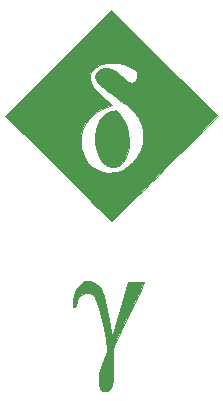
<source format=gbr>
G04 #@! TF.GenerationSoftware,KiCad,Pcbnew,(5.1.4)-1*
G04 #@! TF.CreationDate,2019-09-24T21:19:54-07:00*
G04 #@! TF.ProjectId,blacker-cannon-cards,626c6163-6b65-4722-9d63-616e6e6f6e2d,rev?*
G04 #@! TF.SameCoordinates,Original*
G04 #@! TF.FileFunction,Legend,Top*
G04 #@! TF.FilePolarity,Positive*
%FSLAX46Y46*%
G04 Gerber Fmt 4.6, Leading zero omitted, Abs format (unit mm)*
G04 Created by KiCad (PCBNEW (5.1.4)-1) date 2019-09-24 21:19:54*
%MOMM*%
%LPD*%
G04 APERTURE LIST*
%ADD10C,0.010000*%
G04 APERTURE END LIST*
D10*
G36*
X114654967Y-68254181D02*
G01*
X115041941Y-68805242D01*
X115311457Y-69363423D01*
X115471297Y-69950144D01*
X115529243Y-70586822D01*
X115529730Y-70661538D01*
X115490839Y-71246397D01*
X115378410Y-71753110D01*
X115196580Y-72174388D01*
X114949489Y-72502945D01*
X114641275Y-72731493D01*
X114286476Y-72850972D01*
X114131485Y-72869011D01*
X114034367Y-72865487D01*
X113930170Y-72839093D01*
X113794289Y-72807844D01*
X113649705Y-72743543D01*
X113466802Y-72619983D01*
X113345877Y-72518549D01*
X113069571Y-72183541D01*
X112860179Y-71764611D01*
X112718875Y-71285388D01*
X112646832Y-70769505D01*
X112645225Y-70240593D01*
X112715228Y-69722283D01*
X112858015Y-69238208D01*
X113074760Y-68811999D01*
X113156011Y-68696811D01*
X113376726Y-68480053D01*
X113682295Y-68278481D01*
X114031926Y-68117388D01*
X114159647Y-68074499D01*
X114441238Y-67989752D01*
X114654967Y-68254181D01*
X114654967Y-68254181D01*
G37*
X114654967Y-68254181D02*
X115041941Y-68805242D01*
X115311457Y-69363423D01*
X115471297Y-69950144D01*
X115529243Y-70586822D01*
X115529730Y-70661538D01*
X115490839Y-71246397D01*
X115378410Y-71753110D01*
X115196580Y-72174388D01*
X114949489Y-72502945D01*
X114641275Y-72731493D01*
X114286476Y-72850972D01*
X114131485Y-72869011D01*
X114034367Y-72865487D01*
X113930170Y-72839093D01*
X113794289Y-72807844D01*
X113649705Y-72743543D01*
X113466802Y-72619983D01*
X113345877Y-72518549D01*
X113069571Y-72183541D01*
X112860179Y-71764611D01*
X112718875Y-71285388D01*
X112646832Y-70769505D01*
X112645225Y-70240593D01*
X112715228Y-69722283D01*
X112858015Y-69238208D01*
X113074760Y-68811999D01*
X113156011Y-68696811D01*
X113376726Y-68480053D01*
X113682295Y-68278481D01*
X114031926Y-68117388D01*
X114159647Y-68074499D01*
X114441238Y-67989752D01*
X114654967Y-68254181D01*
G36*
X118525227Y-64028080D02*
G01*
X123015759Y-68518941D01*
X118556411Y-72977957D01*
X117933120Y-73600585D01*
X117334470Y-74197396D01*
X116766526Y-74762411D01*
X116235350Y-75289652D01*
X115747008Y-75773140D01*
X115307562Y-76206895D01*
X114923077Y-76584939D01*
X114599616Y-76901293D01*
X114343243Y-77149978D01*
X114160022Y-77325016D01*
X114056017Y-77420427D01*
X114034035Y-77436973D01*
X113981595Y-77393331D01*
X113846228Y-77266390D01*
X113633998Y-77062131D01*
X113350967Y-76786532D01*
X113003199Y-76445573D01*
X112596758Y-76045233D01*
X112137707Y-75591492D01*
X111632108Y-75090328D01*
X111086027Y-74547721D01*
X110505525Y-73969650D01*
X109896666Y-73362096D01*
X109511992Y-72977626D01*
X107218993Y-70684456D01*
X111435126Y-70684456D01*
X111485388Y-71206875D01*
X111608075Y-71701916D01*
X111697818Y-71929878D01*
X111973586Y-72388824D01*
X112334271Y-72764987D01*
X112763717Y-73050908D01*
X113245767Y-73239131D01*
X113764264Y-73322196D01*
X114303052Y-73292646D01*
X114541100Y-73242380D01*
X114972976Y-73091523D01*
X115362171Y-72866953D01*
X115743259Y-72547615D01*
X115841049Y-72450778D01*
X116224297Y-71976093D01*
X116503762Y-71447299D01*
X116676296Y-70881886D01*
X116738750Y-70297342D01*
X116687977Y-69711159D01*
X116520827Y-69140824D01*
X116461370Y-69004654D01*
X116331432Y-68743187D01*
X116193904Y-68508399D01*
X116036433Y-68288285D01*
X115846661Y-68070840D01*
X115612234Y-67844058D01*
X115320795Y-67595936D01*
X114959989Y-67314467D01*
X114517460Y-66987648D01*
X114014941Y-66627658D01*
X113695625Y-66396837D01*
X113400316Y-66175673D01*
X113149419Y-65980040D01*
X112963340Y-65825816D01*
X112867802Y-65735142D01*
X112691243Y-65462993D01*
X112634563Y-65198945D01*
X112691710Y-64956633D01*
X112856628Y-64749691D01*
X113123264Y-64591754D01*
X113412399Y-64508592D01*
X113697890Y-64479170D01*
X113954619Y-64513042D01*
X114207561Y-64620684D01*
X114481692Y-64812568D01*
X114787506Y-65085308D01*
X115060261Y-65340427D01*
X115266507Y-65517350D01*
X115426380Y-65629438D01*
X115560015Y-65690052D01*
X115687548Y-65712552D01*
X115734825Y-65713896D01*
X115938492Y-65659275D01*
X116091691Y-65514878D01*
X116185607Y-65309901D01*
X116211427Y-65073542D01*
X116160335Y-64834997D01*
X116053875Y-64657057D01*
X115808179Y-64450024D01*
X115467214Y-64281616D01*
X115056789Y-64155400D01*
X114602717Y-64074943D01*
X114130809Y-64043812D01*
X113666876Y-64065573D01*
X113236729Y-64143793D01*
X112975317Y-64231629D01*
X112618496Y-64436847D01*
X112367569Y-64702621D01*
X112226982Y-65015911D01*
X112201177Y-65363677D01*
X112294599Y-65732880D01*
X112394967Y-65934491D01*
X112491229Y-66063418D01*
X112661430Y-66255982D01*
X112885940Y-66491354D01*
X113145132Y-66748704D01*
X113312855Y-66908494D01*
X114083255Y-67630387D01*
X113680647Y-67761711D01*
X113056803Y-68020077D01*
X112529162Y-68355335D01*
X112100615Y-68764322D01*
X111774050Y-69243872D01*
X111552356Y-69790821D01*
X111464588Y-70189145D01*
X111435126Y-70684456D01*
X107218993Y-70684456D01*
X105052977Y-68518280D01*
X109543837Y-64027750D01*
X114034696Y-59537220D01*
X118525227Y-64028080D01*
X118525227Y-64028080D01*
G37*
X118525227Y-64028080D02*
X123015759Y-68518941D01*
X118556411Y-72977957D01*
X117933120Y-73600585D01*
X117334470Y-74197396D01*
X116766526Y-74762411D01*
X116235350Y-75289652D01*
X115747008Y-75773140D01*
X115307562Y-76206895D01*
X114923077Y-76584939D01*
X114599616Y-76901293D01*
X114343243Y-77149978D01*
X114160022Y-77325016D01*
X114056017Y-77420427D01*
X114034035Y-77436973D01*
X113981595Y-77393331D01*
X113846228Y-77266390D01*
X113633998Y-77062131D01*
X113350967Y-76786532D01*
X113003199Y-76445573D01*
X112596758Y-76045233D01*
X112137707Y-75591492D01*
X111632108Y-75090328D01*
X111086027Y-74547721D01*
X110505525Y-73969650D01*
X109896666Y-73362096D01*
X109511992Y-72977626D01*
X107218993Y-70684456D01*
X111435126Y-70684456D01*
X111485388Y-71206875D01*
X111608075Y-71701916D01*
X111697818Y-71929878D01*
X111973586Y-72388824D01*
X112334271Y-72764987D01*
X112763717Y-73050908D01*
X113245767Y-73239131D01*
X113764264Y-73322196D01*
X114303052Y-73292646D01*
X114541100Y-73242380D01*
X114972976Y-73091523D01*
X115362171Y-72866953D01*
X115743259Y-72547615D01*
X115841049Y-72450778D01*
X116224297Y-71976093D01*
X116503762Y-71447299D01*
X116676296Y-70881886D01*
X116738750Y-70297342D01*
X116687977Y-69711159D01*
X116520827Y-69140824D01*
X116461370Y-69004654D01*
X116331432Y-68743187D01*
X116193904Y-68508399D01*
X116036433Y-68288285D01*
X115846661Y-68070840D01*
X115612234Y-67844058D01*
X115320795Y-67595936D01*
X114959989Y-67314467D01*
X114517460Y-66987648D01*
X114014941Y-66627658D01*
X113695625Y-66396837D01*
X113400316Y-66175673D01*
X113149419Y-65980040D01*
X112963340Y-65825816D01*
X112867802Y-65735142D01*
X112691243Y-65462993D01*
X112634563Y-65198945D01*
X112691710Y-64956633D01*
X112856628Y-64749691D01*
X113123264Y-64591754D01*
X113412399Y-64508592D01*
X113697890Y-64479170D01*
X113954619Y-64513042D01*
X114207561Y-64620684D01*
X114481692Y-64812568D01*
X114787506Y-65085308D01*
X115060261Y-65340427D01*
X115266507Y-65517350D01*
X115426380Y-65629438D01*
X115560015Y-65690052D01*
X115687548Y-65712552D01*
X115734825Y-65713896D01*
X115938492Y-65659275D01*
X116091691Y-65514878D01*
X116185607Y-65309901D01*
X116211427Y-65073542D01*
X116160335Y-64834997D01*
X116053875Y-64657057D01*
X115808179Y-64450024D01*
X115467214Y-64281616D01*
X115056789Y-64155400D01*
X114602717Y-64074943D01*
X114130809Y-64043812D01*
X113666876Y-64065573D01*
X113236729Y-64143793D01*
X112975317Y-64231629D01*
X112618496Y-64436847D01*
X112367569Y-64702621D01*
X112226982Y-65015911D01*
X112201177Y-65363677D01*
X112294599Y-65732880D01*
X112394967Y-65934491D01*
X112491229Y-66063418D01*
X112661430Y-66255982D01*
X112885940Y-66491354D01*
X113145132Y-66748704D01*
X113312855Y-66908494D01*
X114083255Y-67630387D01*
X113680647Y-67761711D01*
X113056803Y-68020077D01*
X112529162Y-68355335D01*
X112100615Y-68764322D01*
X111774050Y-69243872D01*
X111552356Y-69790821D01*
X111464588Y-70189145D01*
X111435126Y-70684456D01*
X107218993Y-70684456D01*
X105052977Y-68518280D01*
X109543837Y-64027750D01*
X114034696Y-59537220D01*
X118525227Y-64028080D01*
G36*
X112448644Y-82555381D02*
G01*
X112763085Y-82721219D01*
X113023286Y-82979575D01*
X113050850Y-83018183D01*
X113214036Y-83322710D01*
X113372281Y-83752467D01*
X113525399Y-84306720D01*
X113673200Y-84984734D01*
X113815497Y-85785775D01*
X113897051Y-86317569D01*
X114038386Y-87288240D01*
X114724880Y-84946726D01*
X115411374Y-82605211D01*
X116127445Y-82605211D01*
X116435492Y-82606605D01*
X116636887Y-82612956D01*
X116751020Y-82627517D01*
X116797283Y-82653541D01*
X116795066Y-82694282D01*
X116784906Y-82715509D01*
X116746520Y-82793373D01*
X116659481Y-82973294D01*
X116529408Y-83243555D01*
X116361920Y-83592440D01*
X116162638Y-84008233D01*
X115937181Y-84479218D01*
X115691170Y-84993678D01*
X115447143Y-85504466D01*
X114167991Y-88183127D01*
X114162645Y-89601241D01*
X114159550Y-90078731D01*
X114153442Y-90448917D01*
X114143011Y-90730537D01*
X114126947Y-90942330D01*
X114103942Y-91103034D01*
X114072685Y-91231389D01*
X114042598Y-91318852D01*
X113890900Y-91613991D01*
X113704766Y-91790134D01*
X113478773Y-91850953D01*
X113292939Y-91826612D01*
X113151451Y-91727688D01*
X113052231Y-91527429D01*
X112996577Y-91243714D01*
X112985784Y-90894418D01*
X113021149Y-90497417D01*
X113103967Y-90070587D01*
X113152460Y-89889322D01*
X113253145Y-89568038D01*
X113372359Y-89225853D01*
X113487114Y-88928191D01*
X113505950Y-88883387D01*
X113567386Y-88739359D01*
X113614313Y-88615875D01*
X113645779Y-88496689D01*
X113660830Y-88365557D01*
X113658516Y-88206235D01*
X113637882Y-88002476D01*
X113597978Y-87738036D01*
X113537850Y-87396670D01*
X113456547Y-86962133D01*
X113365133Y-86481390D01*
X113221448Y-85773785D01*
X113077791Y-85159631D01*
X112936240Y-84646154D01*
X112798878Y-84240583D01*
X112667783Y-83950146D01*
X112609739Y-83856609D01*
X112388086Y-83636560D01*
X112125515Y-83515891D01*
X111848578Y-83493457D01*
X111583828Y-83568114D01*
X111357818Y-83738719D01*
X111236273Y-83915805D01*
X111149742Y-84133227D01*
X111082769Y-84383572D01*
X111070930Y-84450239D01*
X111032965Y-84635921D01*
X110980699Y-84725310D01*
X110898475Y-84748139D01*
X110836349Y-84740084D01*
X110801073Y-84699199D01*
X110788116Y-84600407D01*
X110792947Y-84418631D01*
X110804513Y-84228164D01*
X110879865Y-83680406D01*
X111027729Y-83233058D01*
X111247411Y-82887334D01*
X111538219Y-82644447D01*
X111766443Y-82541834D01*
X112107313Y-82492205D01*
X112448644Y-82555381D01*
X112448644Y-82555381D01*
G37*
X112448644Y-82555381D02*
X112763085Y-82721219D01*
X113023286Y-82979575D01*
X113050850Y-83018183D01*
X113214036Y-83322710D01*
X113372281Y-83752467D01*
X113525399Y-84306720D01*
X113673200Y-84984734D01*
X113815497Y-85785775D01*
X113897051Y-86317569D01*
X114038386Y-87288240D01*
X114724880Y-84946726D01*
X115411374Y-82605211D01*
X116127445Y-82605211D01*
X116435492Y-82606605D01*
X116636887Y-82612956D01*
X116751020Y-82627517D01*
X116797283Y-82653541D01*
X116795066Y-82694282D01*
X116784906Y-82715509D01*
X116746520Y-82793373D01*
X116659481Y-82973294D01*
X116529408Y-83243555D01*
X116361920Y-83592440D01*
X116162638Y-84008233D01*
X115937181Y-84479218D01*
X115691170Y-84993678D01*
X115447143Y-85504466D01*
X114167991Y-88183127D01*
X114162645Y-89601241D01*
X114159550Y-90078731D01*
X114153442Y-90448917D01*
X114143011Y-90730537D01*
X114126947Y-90942330D01*
X114103942Y-91103034D01*
X114072685Y-91231389D01*
X114042598Y-91318852D01*
X113890900Y-91613991D01*
X113704766Y-91790134D01*
X113478773Y-91850953D01*
X113292939Y-91826612D01*
X113151451Y-91727688D01*
X113052231Y-91527429D01*
X112996577Y-91243714D01*
X112985784Y-90894418D01*
X113021149Y-90497417D01*
X113103967Y-90070587D01*
X113152460Y-89889322D01*
X113253145Y-89568038D01*
X113372359Y-89225853D01*
X113487114Y-88928191D01*
X113505950Y-88883387D01*
X113567386Y-88739359D01*
X113614313Y-88615875D01*
X113645779Y-88496689D01*
X113660830Y-88365557D01*
X113658516Y-88206235D01*
X113637882Y-88002476D01*
X113597978Y-87738036D01*
X113537850Y-87396670D01*
X113456547Y-86962133D01*
X113365133Y-86481390D01*
X113221448Y-85773785D01*
X113077791Y-85159631D01*
X112936240Y-84646154D01*
X112798878Y-84240583D01*
X112667783Y-83950146D01*
X112609739Y-83856609D01*
X112388086Y-83636560D01*
X112125515Y-83515891D01*
X111848578Y-83493457D01*
X111583828Y-83568114D01*
X111357818Y-83738719D01*
X111236273Y-83915805D01*
X111149742Y-84133227D01*
X111082769Y-84383572D01*
X111070930Y-84450239D01*
X111032965Y-84635921D01*
X110980699Y-84725310D01*
X110898475Y-84748139D01*
X110836349Y-84740084D01*
X110801073Y-84699199D01*
X110788116Y-84600407D01*
X110792947Y-84418631D01*
X110804513Y-84228164D01*
X110879865Y-83680406D01*
X111027729Y-83233058D01*
X111247411Y-82887334D01*
X111538219Y-82644447D01*
X111766443Y-82541834D01*
X112107313Y-82492205D01*
X112448644Y-82555381D01*
M02*

</source>
